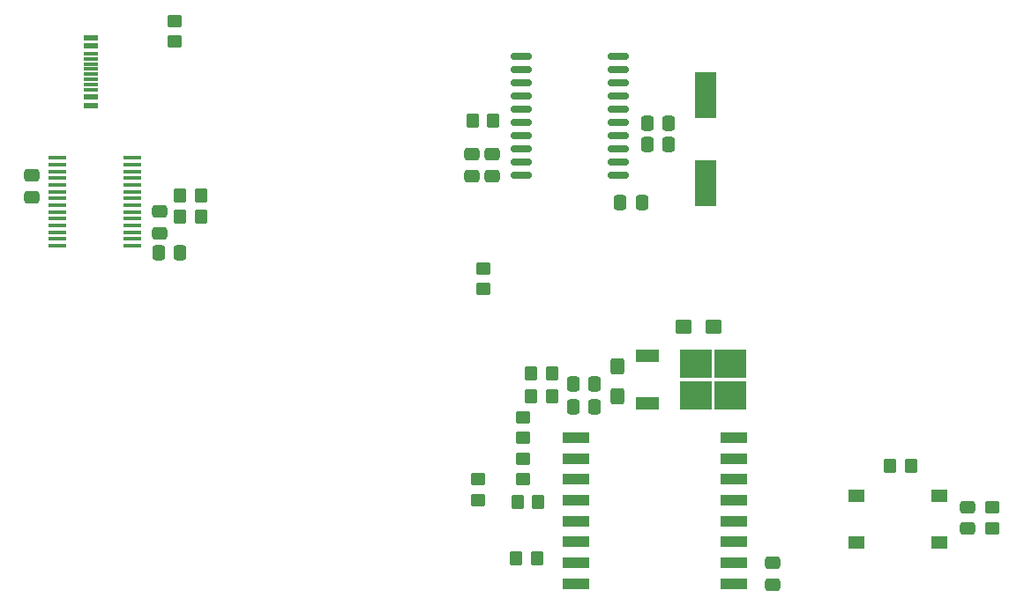
<source format=gbr>
%TF.GenerationSoftware,KiCad,Pcbnew,(6.0.11)*%
%TF.CreationDate,2024-04-25T22:51:55+03:00*%
%TF.ProjectId,avr-co2-detector,6176722d-636f-4322-9d64-65746563746f,rev.2*%
%TF.SameCoordinates,Original*%
%TF.FileFunction,Paste,Top*%
%TF.FilePolarity,Positive*%
%FSLAX46Y46*%
G04 Gerber Fmt 4.6, Leading zero omitted, Abs format (unit mm)*
G04 Created by KiCad (PCBNEW (6.0.11)) date 2024-04-25 22:51:55*
%MOMM*%
%LPD*%
G01*
G04 APERTURE LIST*
G04 Aperture macros list*
%AMRoundRect*
0 Rectangle with rounded corners*
0 $1 Rounding radius*
0 $2 $3 $4 $5 $6 $7 $8 $9 X,Y pos of 4 corners*
0 Add a 4 corners polygon primitive as box body*
4,1,4,$2,$3,$4,$5,$6,$7,$8,$9,$2,$3,0*
0 Add four circle primitives for the rounded corners*
1,1,$1+$1,$2,$3*
1,1,$1+$1,$4,$5*
1,1,$1+$1,$6,$7*
1,1,$1+$1,$8,$9*
0 Add four rect primitives between the rounded corners*
20,1,$1+$1,$2,$3,$4,$5,0*
20,1,$1+$1,$4,$5,$6,$7,0*
20,1,$1+$1,$6,$7,$8,$9,0*
20,1,$1+$1,$8,$9,$2,$3,0*%
G04 Aperture macros list end*
%ADD10R,2.500000X1.000000*%
%ADD11R,1.550000X1.300000*%
%ADD12RoundRect,0.250000X0.337500X0.475000X-0.337500X0.475000X-0.337500X-0.475000X0.337500X-0.475000X0*%
%ADD13RoundRect,0.250000X-0.450000X0.350000X-0.450000X-0.350000X0.450000X-0.350000X0.450000X0.350000X0*%
%ADD14RoundRect,0.250000X0.425000X-0.537500X0.425000X0.537500X-0.425000X0.537500X-0.425000X-0.537500X0*%
%ADD15R,1.450000X0.600000*%
%ADD16R,1.450000X0.300000*%
%ADD17R,2.000000X4.500000*%
%ADD18RoundRect,0.250000X0.450000X-0.350000X0.450000X0.350000X-0.450000X0.350000X-0.450000X-0.350000X0*%
%ADD19RoundRect,0.150000X0.875000X0.150000X-0.875000X0.150000X-0.875000X-0.150000X0.875000X-0.150000X0*%
%ADD20RoundRect,0.250000X-0.350000X-0.450000X0.350000X-0.450000X0.350000X0.450000X-0.350000X0.450000X0*%
%ADD21RoundRect,0.250000X-0.475000X0.337500X-0.475000X-0.337500X0.475000X-0.337500X0.475000X0.337500X0*%
%ADD22R,3.050000X2.750000*%
%ADD23R,2.200000X1.200000*%
%ADD24RoundRect,0.250000X0.475000X-0.337500X0.475000X0.337500X-0.475000X0.337500X-0.475000X-0.337500X0*%
%ADD25R,1.750000X0.450000*%
%ADD26RoundRect,0.250000X0.350000X0.450000X-0.350000X0.450000X-0.350000X-0.450000X0.350000X-0.450000X0*%
%ADD27RoundRect,0.250000X0.537500X0.425000X-0.537500X0.425000X-0.537500X-0.425000X0.537500X-0.425000X0*%
G04 APERTURE END LIST*
D10*
%TO.C,U5*%
X151800000Y-127200000D03*
X151800000Y-125200000D03*
X151800000Y-123200000D03*
X151800000Y-121200000D03*
X151800000Y-119200000D03*
X151800000Y-117200000D03*
X151800000Y-115200000D03*
X151800000Y-113200000D03*
X136600000Y-113200000D03*
X136600000Y-115200000D03*
X136600000Y-117200000D03*
X136600000Y-119200000D03*
X136600000Y-121200000D03*
X136600000Y-123200000D03*
X136600000Y-125200000D03*
X136600000Y-127200000D03*
%TD*%
D11*
%TO.C,SW3*%
X171475000Y-123250000D03*
X163525000Y-123250000D03*
X163525000Y-118750000D03*
X171475000Y-118750000D03*
%TD*%
D12*
%TO.C,C3*%
X145537500Y-85000000D03*
X143462500Y-85000000D03*
%TD*%
D13*
%TO.C,R14*%
X131500000Y-111200000D03*
X131500000Y-113200000D03*
%TD*%
D14*
%TO.C,C12*%
X140600000Y-109237500D03*
X140600000Y-106362500D03*
%TD*%
D15*
%TO.C,J1*%
X90045000Y-74750000D03*
X90045000Y-75550000D03*
D16*
X90045000Y-76750000D03*
X90045000Y-77750000D03*
X90045000Y-78250000D03*
X90045000Y-79250000D03*
D15*
X90045000Y-80450000D03*
X90045000Y-81250000D03*
X90045000Y-81250000D03*
X90045000Y-80450000D03*
D16*
X90045000Y-79750000D03*
X90045000Y-78750000D03*
X90045000Y-77250000D03*
X90045000Y-76250000D03*
D15*
X90045000Y-75550000D03*
X90045000Y-74750000D03*
%TD*%
D17*
%TO.C,Y1*%
X149100000Y-88750000D03*
X149100000Y-80250000D03*
%TD*%
D18*
%TO.C,R9*%
X176600000Y-121900000D03*
X176600000Y-119900000D03*
%TD*%
D13*
%TO.C,R12*%
X131500000Y-115200000D03*
X131500000Y-117200000D03*
%TD*%
D19*
%TO.C,U1*%
X140650000Y-87915000D03*
X140650000Y-86645000D03*
X140650000Y-85375000D03*
X140650000Y-84105000D03*
X140650000Y-82835000D03*
X140650000Y-81565000D03*
X140650000Y-80295000D03*
X140650000Y-79025000D03*
X140650000Y-77755000D03*
X140650000Y-76485000D03*
X131350000Y-76485000D03*
X131350000Y-77755000D03*
X131350000Y-79025000D03*
X131350000Y-80295000D03*
X131350000Y-81565000D03*
X131350000Y-82835000D03*
X131350000Y-84105000D03*
X131350000Y-85375000D03*
X131350000Y-86645000D03*
X131350000Y-87915000D03*
%TD*%
D20*
%TO.C,R15*%
X130900000Y-124800000D03*
X132900000Y-124800000D03*
%TD*%
D12*
%TO.C,C17*%
X138437500Y-108000000D03*
X136362500Y-108000000D03*
%TD*%
D13*
%TO.C,R13*%
X127200000Y-117200000D03*
X127200000Y-119200000D03*
%TD*%
D20*
%TO.C,R8*%
X132300000Y-109200000D03*
X134300000Y-109200000D03*
%TD*%
%TO.C,R16*%
X132300000Y-107000000D03*
X134300000Y-107000000D03*
%TD*%
%TO.C,R3*%
X98600000Y-91900000D03*
X100600000Y-91900000D03*
%TD*%
D12*
%TO.C,C2*%
X145537500Y-83000000D03*
X143462500Y-83000000D03*
%TD*%
D21*
%TO.C,C8*%
X84400000Y-87962500D03*
X84400000Y-90037500D03*
%TD*%
D22*
%TO.C,U4*%
X151475000Y-109125000D03*
X151475000Y-106075000D03*
X148125000Y-106075000D03*
X148125000Y-109125000D03*
D23*
X143500000Y-105320000D03*
X143500000Y-109880000D03*
%TD*%
D18*
%TO.C,R1*%
X127700000Y-98900000D03*
X127700000Y-96900000D03*
%TD*%
D24*
%TO.C,C14*%
X174200000Y-121937500D03*
X174200000Y-119862500D03*
%TD*%
%TO.C,C4*%
X126600000Y-88037500D03*
X126600000Y-85962500D03*
%TD*%
D13*
%TO.C,R7*%
X98100000Y-73100000D03*
X98100000Y-75100000D03*
%TD*%
D20*
%TO.C,R2*%
X98600000Y-89900000D03*
X100600000Y-89900000D03*
%TD*%
D25*
%TO.C,U2*%
X86800000Y-86275000D03*
X86800000Y-86925000D03*
X86800000Y-87575000D03*
X86800000Y-88225000D03*
X86800000Y-88875000D03*
X86800000Y-89525000D03*
X86800000Y-90175000D03*
X86800000Y-90825000D03*
X86800000Y-91475000D03*
X86800000Y-92125000D03*
X86800000Y-92775000D03*
X86800000Y-93425000D03*
X86800000Y-94075000D03*
X86800000Y-94725000D03*
X94000000Y-94725000D03*
X94000000Y-94075000D03*
X94000000Y-93425000D03*
X94000000Y-92775000D03*
X94000000Y-92125000D03*
X94000000Y-91475000D03*
X94000000Y-90825000D03*
X94000000Y-90175000D03*
X94000000Y-89525000D03*
X94000000Y-88875000D03*
X94000000Y-88225000D03*
X94000000Y-87575000D03*
X94000000Y-86925000D03*
X94000000Y-86275000D03*
%TD*%
D20*
%TO.C,R10*%
X131000000Y-119400000D03*
X133000000Y-119400000D03*
%TD*%
D12*
%TO.C,C6*%
X98637500Y-95400000D03*
X96562500Y-95400000D03*
%TD*%
D21*
%TO.C,C9*%
X96700000Y-91462500D03*
X96700000Y-93537500D03*
%TD*%
D20*
%TO.C,R4*%
X126700000Y-82700000D03*
X128700000Y-82700000D03*
%TD*%
D12*
%TO.C,C16*%
X138437500Y-110200000D03*
X136362500Y-110200000D03*
%TD*%
D26*
%TO.C,R11*%
X168800000Y-115900000D03*
X166800000Y-115900000D03*
%TD*%
D27*
%TO.C,C15*%
X149837500Y-102500000D03*
X146962500Y-102500000D03*
%TD*%
D24*
%TO.C,C5*%
X128600000Y-88037500D03*
X128600000Y-85962500D03*
%TD*%
D12*
%TO.C,C1*%
X142937500Y-90600000D03*
X140862500Y-90600000D03*
%TD*%
D21*
%TO.C,C13*%
X155500000Y-125225000D03*
X155500000Y-127300000D03*
%TD*%
M02*

</source>
